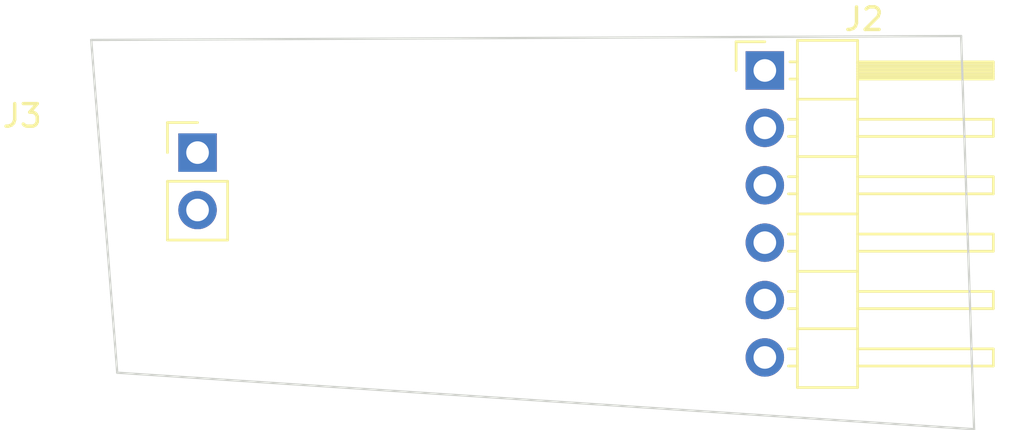
<source format=kicad_pcb>
(kicad_pcb (version 20171130) (host pcbnew 5.1.9-73d0e3b20d~88~ubuntu20.04.1)

  (general
    (thickness 1.6)
    (drawings 4)
    (tracks 0)
    (zones 0)
    (modules 2)
    (nets 7)
  )

  (page A4)
  (layers
    (0 F.Cu signal)
    (31 B.Cu signal)
    (32 B.Adhes user)
    (33 F.Adhes user)
    (34 B.Paste user)
    (35 F.Paste user)
    (36 B.SilkS user)
    (37 F.SilkS user)
    (38 B.Mask user)
    (39 F.Mask user)
    (40 Dwgs.User user)
    (41 Cmts.User user)
    (42 Eco1.User user)
    (43 Eco2.User user)
    (44 Edge.Cuts user)
    (45 Margin user)
    (46 B.CrtYd user)
    (47 F.CrtYd user)
    (48 B.Fab user)
    (49 F.Fab user)
  )

  (setup
    (last_trace_width 0.25)
    (trace_clearance 0.2)
    (zone_clearance 0.508)
    (zone_45_only no)
    (trace_min 0.2)
    (via_size 0.8)
    (via_drill 0.4)
    (via_min_size 0.4)
    (via_min_drill 0.3)
    (uvia_size 0.3)
    (uvia_drill 0.1)
    (uvias_allowed no)
    (uvia_min_size 0.2)
    (uvia_min_drill 0.1)
    (edge_width 0.05)
    (segment_width 0.2)
    (pcb_text_width 0.3)
    (pcb_text_size 1.5 1.5)
    (mod_edge_width 0.12)
    (mod_text_size 1 1)
    (mod_text_width 0.15)
    (pad_size 1.524 1.524)
    (pad_drill 0.762)
    (pad_to_mask_clearance 0)
    (aux_axis_origin 0 0)
    (grid_origin 92.75 70.4)
    (visible_elements FFFFFF7F)
    (pcbplotparams
      (layerselection 0x010fc_ffffffff)
      (usegerberextensions false)
      (usegerberattributes true)
      (usegerberadvancedattributes true)
      (creategerberjobfile true)
      (excludeedgelayer true)
      (linewidth 0.100000)
      (plotframeref false)
      (viasonmask false)
      (mode 1)
      (useauxorigin false)
      (hpglpennumber 1)
      (hpglpenspeed 20)
      (hpglpendiameter 15.000000)
      (psnegative false)
      (psa4output false)
      (plotreference true)
      (plotvalue true)
      (plotinvisibletext false)
      (padsonsilk false)
      (subtractmaskfromsilk false)
      (outputformat 1)
      (mirror false)
      (drillshape 1)
      (scaleselection 1)
      (outputdirectory ""))
  )

  (net 0 "")
  (net 1 /STEPPER_A1)
  (net 2 /STEPPER_B1)
  (net 3 /STEPPER_A2)
  (net 4 /STEPPER_B2)
  (net 5 VDD)
  (net 6 GND)

  (net_class Default "This is the default net class."
    (clearance 0.2)
    (trace_width 0.25)
    (via_dia 0.8)
    (via_drill 0.4)
    (uvia_dia 0.3)
    (uvia_drill 0.1)
    (add_net /STEPPER_A1)
    (add_net /STEPPER_A2)
    (add_net /STEPPER_B1)
    (add_net /STEPPER_B2)
    (add_net GND)
    (add_net VDD)
  )

  (module Connector_PinHeader_2.54mm:PinHeader_1x02_P2.54mm_Vertical (layer F.Cu) (tedit 59FED5CC) (tstamp 6046C55D)
    (at 74.5 67.81)
    (descr "Through hole straight pin header, 1x02, 2.54mm pitch, single row")
    (tags "Through hole pin header THT 1x02 2.54mm single row")
    (path /60467860)
    (fp_text reference J3 (at -7.75 -1.625) (layer F.SilkS)
      (effects (font (size 1 1) (thickness 0.15)))
    )
    (fp_text value Power_Conn (at 0 4.87) (layer F.Fab)
      (effects (font (size 1 1) (thickness 0.15)))
    )
    (fp_line (start 1.8 -1.8) (end -1.8 -1.8) (layer F.CrtYd) (width 0.05))
    (fp_line (start 1.8 4.35) (end 1.8 -1.8) (layer F.CrtYd) (width 0.05))
    (fp_line (start -1.8 4.35) (end 1.8 4.35) (layer F.CrtYd) (width 0.05))
    (fp_line (start -1.8 -1.8) (end -1.8 4.35) (layer F.CrtYd) (width 0.05))
    (fp_line (start -1.33 -1.33) (end 0 -1.33) (layer F.SilkS) (width 0.12))
    (fp_line (start -1.33 0) (end -1.33 -1.33) (layer F.SilkS) (width 0.12))
    (fp_line (start -1.33 1.27) (end 1.33 1.27) (layer F.SilkS) (width 0.12))
    (fp_line (start 1.33 1.27) (end 1.33 3.87) (layer F.SilkS) (width 0.12))
    (fp_line (start -1.33 1.27) (end -1.33 3.87) (layer F.SilkS) (width 0.12))
    (fp_line (start -1.33 3.87) (end 1.33 3.87) (layer F.SilkS) (width 0.12))
    (fp_line (start -1.27 -0.635) (end -0.635 -1.27) (layer F.Fab) (width 0.1))
    (fp_line (start -1.27 3.81) (end -1.27 -0.635) (layer F.Fab) (width 0.1))
    (fp_line (start 1.27 3.81) (end -1.27 3.81) (layer F.Fab) (width 0.1))
    (fp_line (start 1.27 -1.27) (end 1.27 3.81) (layer F.Fab) (width 0.1))
    (fp_line (start -0.635 -1.27) (end 1.27 -1.27) (layer F.Fab) (width 0.1))
    (fp_text user %R (at 0 1.27 90) (layer F.Fab)
      (effects (font (size 1 1) (thickness 0.15)))
    )
    (pad 2 thru_hole oval (at 0 2.54) (size 1.7 1.7) (drill 1) (layers *.Cu *.Mask)
      (net 6 GND))
    (pad 1 thru_hole rect (at 0 0) (size 1.7 1.7) (drill 1) (layers *.Cu *.Mask)
      (net 5 VDD))
    (model ${KISYS3DMOD}/Connector_PinHeader_2.54mm.3dshapes/PinHeader_1x02_P2.54mm_Vertical.wrl
      (at (xyz 0 0 0))
      (scale (xyz 1 1 1))
      (rotate (xyz 0 0 0))
    )
  )

  (module Connector_PinHeader_2.54mm:PinHeader_1x06_P2.54mm_Horizontal (layer F.Cu) (tedit 59FED5CB) (tstamp 6046C547)
    (at 99.575 64.175)
    (descr "Through hole angled pin header, 1x06, 2.54mm pitch, 6mm pin length, single row")
    (tags "Through hole angled pin header THT 1x06 2.54mm single row")
    (path /604667BF)
    (fp_text reference J2 (at 4.385 -2.27) (layer F.SilkS)
      (effects (font (size 1 1) (thickness 0.15)))
    )
    (fp_text value Driver_Board_Conn (at 4.385 14.97) (layer F.Fab)
      (effects (font (size 1 1) (thickness 0.15)))
    )
    (fp_line (start 10.55 -1.8) (end -1.8 -1.8) (layer F.CrtYd) (width 0.05))
    (fp_line (start 10.55 14.5) (end 10.55 -1.8) (layer F.CrtYd) (width 0.05))
    (fp_line (start -1.8 14.5) (end 10.55 14.5) (layer F.CrtYd) (width 0.05))
    (fp_line (start -1.8 -1.8) (end -1.8 14.5) (layer F.CrtYd) (width 0.05))
    (fp_line (start -1.27 -1.27) (end 0 -1.27) (layer F.SilkS) (width 0.12))
    (fp_line (start -1.27 0) (end -1.27 -1.27) (layer F.SilkS) (width 0.12))
    (fp_line (start 1.042929 13.08) (end 1.44 13.08) (layer F.SilkS) (width 0.12))
    (fp_line (start 1.042929 12.32) (end 1.44 12.32) (layer F.SilkS) (width 0.12))
    (fp_line (start 10.1 13.08) (end 4.1 13.08) (layer F.SilkS) (width 0.12))
    (fp_line (start 10.1 12.32) (end 10.1 13.08) (layer F.SilkS) (width 0.12))
    (fp_line (start 4.1 12.32) (end 10.1 12.32) (layer F.SilkS) (width 0.12))
    (fp_line (start 1.44 11.43) (end 4.1 11.43) (layer F.SilkS) (width 0.12))
    (fp_line (start 1.042929 10.54) (end 1.44 10.54) (layer F.SilkS) (width 0.12))
    (fp_line (start 1.042929 9.78) (end 1.44 9.78) (layer F.SilkS) (width 0.12))
    (fp_line (start 10.1 10.54) (end 4.1 10.54) (layer F.SilkS) (width 0.12))
    (fp_line (start 10.1 9.78) (end 10.1 10.54) (layer F.SilkS) (width 0.12))
    (fp_line (start 4.1 9.78) (end 10.1 9.78) (layer F.SilkS) (width 0.12))
    (fp_line (start 1.44 8.89) (end 4.1 8.89) (layer F.SilkS) (width 0.12))
    (fp_line (start 1.042929 8) (end 1.44 8) (layer F.SilkS) (width 0.12))
    (fp_line (start 1.042929 7.24) (end 1.44 7.24) (layer F.SilkS) (width 0.12))
    (fp_line (start 10.1 8) (end 4.1 8) (layer F.SilkS) (width 0.12))
    (fp_line (start 10.1 7.24) (end 10.1 8) (layer F.SilkS) (width 0.12))
    (fp_line (start 4.1 7.24) (end 10.1 7.24) (layer F.SilkS) (width 0.12))
    (fp_line (start 1.44 6.35) (end 4.1 6.35) (layer F.SilkS) (width 0.12))
    (fp_line (start 1.042929 5.46) (end 1.44 5.46) (layer F.SilkS) (width 0.12))
    (fp_line (start 1.042929 4.7) (end 1.44 4.7) (layer F.SilkS) (width 0.12))
    (fp_line (start 10.1 5.46) (end 4.1 5.46) (layer F.SilkS) (width 0.12))
    (fp_line (start 10.1 4.7) (end 10.1 5.46) (layer F.SilkS) (width 0.12))
    (fp_line (start 4.1 4.7) (end 10.1 4.7) (layer F.SilkS) (width 0.12))
    (fp_line (start 1.44 3.81) (end 4.1 3.81) (layer F.SilkS) (width 0.12))
    (fp_line (start 1.042929 2.92) (end 1.44 2.92) (layer F.SilkS) (width 0.12))
    (fp_line (start 1.042929 2.16) (end 1.44 2.16) (layer F.SilkS) (width 0.12))
    (fp_line (start 10.1 2.92) (end 4.1 2.92) (layer F.SilkS) (width 0.12))
    (fp_line (start 10.1 2.16) (end 10.1 2.92) (layer F.SilkS) (width 0.12))
    (fp_line (start 4.1 2.16) (end 10.1 2.16) (layer F.SilkS) (width 0.12))
    (fp_line (start 1.44 1.27) (end 4.1 1.27) (layer F.SilkS) (width 0.12))
    (fp_line (start 1.11 0.38) (end 1.44 0.38) (layer F.SilkS) (width 0.12))
    (fp_line (start 1.11 -0.38) (end 1.44 -0.38) (layer F.SilkS) (width 0.12))
    (fp_line (start 4.1 0.28) (end 10.1 0.28) (layer F.SilkS) (width 0.12))
    (fp_line (start 4.1 0.16) (end 10.1 0.16) (layer F.SilkS) (width 0.12))
    (fp_line (start 4.1 0.04) (end 10.1 0.04) (layer F.SilkS) (width 0.12))
    (fp_line (start 4.1 -0.08) (end 10.1 -0.08) (layer F.SilkS) (width 0.12))
    (fp_line (start 4.1 -0.2) (end 10.1 -0.2) (layer F.SilkS) (width 0.12))
    (fp_line (start 4.1 -0.32) (end 10.1 -0.32) (layer F.SilkS) (width 0.12))
    (fp_line (start 10.1 0.38) (end 4.1 0.38) (layer F.SilkS) (width 0.12))
    (fp_line (start 10.1 -0.38) (end 10.1 0.38) (layer F.SilkS) (width 0.12))
    (fp_line (start 4.1 -0.38) (end 10.1 -0.38) (layer F.SilkS) (width 0.12))
    (fp_line (start 4.1 -1.33) (end 1.44 -1.33) (layer F.SilkS) (width 0.12))
    (fp_line (start 4.1 14.03) (end 4.1 -1.33) (layer F.SilkS) (width 0.12))
    (fp_line (start 1.44 14.03) (end 4.1 14.03) (layer F.SilkS) (width 0.12))
    (fp_line (start 1.44 -1.33) (end 1.44 14.03) (layer F.SilkS) (width 0.12))
    (fp_line (start 4.04 13.02) (end 10.04 13.02) (layer F.Fab) (width 0.1))
    (fp_line (start 10.04 12.38) (end 10.04 13.02) (layer F.Fab) (width 0.1))
    (fp_line (start 4.04 12.38) (end 10.04 12.38) (layer F.Fab) (width 0.1))
    (fp_line (start -0.32 13.02) (end 1.5 13.02) (layer F.Fab) (width 0.1))
    (fp_line (start -0.32 12.38) (end -0.32 13.02) (layer F.Fab) (width 0.1))
    (fp_line (start -0.32 12.38) (end 1.5 12.38) (layer F.Fab) (width 0.1))
    (fp_line (start 4.04 10.48) (end 10.04 10.48) (layer F.Fab) (width 0.1))
    (fp_line (start 10.04 9.84) (end 10.04 10.48) (layer F.Fab) (width 0.1))
    (fp_line (start 4.04 9.84) (end 10.04 9.84) (layer F.Fab) (width 0.1))
    (fp_line (start -0.32 10.48) (end 1.5 10.48) (layer F.Fab) (width 0.1))
    (fp_line (start -0.32 9.84) (end -0.32 10.48) (layer F.Fab) (width 0.1))
    (fp_line (start -0.32 9.84) (end 1.5 9.84) (layer F.Fab) (width 0.1))
    (fp_line (start 4.04 7.94) (end 10.04 7.94) (layer F.Fab) (width 0.1))
    (fp_line (start 10.04 7.3) (end 10.04 7.94) (layer F.Fab) (width 0.1))
    (fp_line (start 4.04 7.3) (end 10.04 7.3) (layer F.Fab) (width 0.1))
    (fp_line (start -0.32 7.94) (end 1.5 7.94) (layer F.Fab) (width 0.1))
    (fp_line (start -0.32 7.3) (end -0.32 7.94) (layer F.Fab) (width 0.1))
    (fp_line (start -0.32 7.3) (end 1.5 7.3) (layer F.Fab) (width 0.1))
    (fp_line (start 4.04 5.4) (end 10.04 5.4) (layer F.Fab) (width 0.1))
    (fp_line (start 10.04 4.76) (end 10.04 5.4) (layer F.Fab) (width 0.1))
    (fp_line (start 4.04 4.76) (end 10.04 4.76) (layer F.Fab) (width 0.1))
    (fp_line (start -0.32 5.4) (end 1.5 5.4) (layer F.Fab) (width 0.1))
    (fp_line (start -0.32 4.76) (end -0.32 5.4) (layer F.Fab) (width 0.1))
    (fp_line (start -0.32 4.76) (end 1.5 4.76) (layer F.Fab) (width 0.1))
    (fp_line (start 4.04 2.86) (end 10.04 2.86) (layer F.Fab) (width 0.1))
    (fp_line (start 10.04 2.22) (end 10.04 2.86) (layer F.Fab) (width 0.1))
    (fp_line (start 4.04 2.22) (end 10.04 2.22) (layer F.Fab) (width 0.1))
    (fp_line (start -0.32 2.86) (end 1.5 2.86) (layer F.Fab) (width 0.1))
    (fp_line (start -0.32 2.22) (end -0.32 2.86) (layer F.Fab) (width 0.1))
    (fp_line (start -0.32 2.22) (end 1.5 2.22) (layer F.Fab) (width 0.1))
    (fp_line (start 4.04 0.32) (end 10.04 0.32) (layer F.Fab) (width 0.1))
    (fp_line (start 10.04 -0.32) (end 10.04 0.32) (layer F.Fab) (width 0.1))
    (fp_line (start 4.04 -0.32) (end 10.04 -0.32) (layer F.Fab) (width 0.1))
    (fp_line (start -0.32 0.32) (end 1.5 0.32) (layer F.Fab) (width 0.1))
    (fp_line (start -0.32 -0.32) (end -0.32 0.32) (layer F.Fab) (width 0.1))
    (fp_line (start -0.32 -0.32) (end 1.5 -0.32) (layer F.Fab) (width 0.1))
    (fp_line (start 1.5 -0.635) (end 2.135 -1.27) (layer F.Fab) (width 0.1))
    (fp_line (start 1.5 13.97) (end 1.5 -0.635) (layer F.Fab) (width 0.1))
    (fp_line (start 4.04 13.97) (end 1.5 13.97) (layer F.Fab) (width 0.1))
    (fp_line (start 4.04 -1.27) (end 4.04 13.97) (layer F.Fab) (width 0.1))
    (fp_line (start 2.135 -1.27) (end 4.04 -1.27) (layer F.Fab) (width 0.1))
    (fp_text user %R (at 2.77 6.35 90) (layer F.Fab)
      (effects (font (size 1 1) (thickness 0.15)))
    )
    (pad 6 thru_hole oval (at 0 12.7) (size 1.7 1.7) (drill 1) (layers *.Cu *.Mask)
      (net 1 /STEPPER_A1))
    (pad 5 thru_hole oval (at 0 10.16) (size 1.7 1.7) (drill 1) (layers *.Cu *.Mask)
      (net 2 /STEPPER_B1))
    (pad 4 thru_hole oval (at 0 7.62) (size 1.7 1.7) (drill 1) (layers *.Cu *.Mask)
      (net 3 /STEPPER_A2))
    (pad 3 thru_hole oval (at 0 5.08) (size 1.7 1.7) (drill 1) (layers *.Cu *.Mask)
      (net 4 /STEPPER_B2))
    (pad 2 thru_hole oval (at 0 2.54) (size 1.7 1.7) (drill 1) (layers *.Cu *.Mask)
      (net 5 VDD))
    (pad 1 thru_hole rect (at 0 0) (size 1.7 1.7) (drill 1) (layers *.Cu *.Mask)
      (net 6 GND))
    (model ${KISYS3DMOD}/Connector_PinHeader_2.54mm.3dshapes/PinHeader_1x06_P2.54mm_Horizontal.wrl
      (at (xyz 0 0 0))
      (scale (xyz 1 1 1))
      (rotate (xyz 0 0 0))
    )
  )

  (gr_line (start 108.25 62.65) (end 108.825 80.05) (layer Edge.Cuts) (width 0.1))
  (gr_line (start 69.8 62.825) (end 108.25 62.65) (layer Edge.Cuts) (width 0.1))
  (gr_line (start 70.95 77.55) (end 69.8 62.825) (layer Edge.Cuts) (width 0.1))
  (gr_line (start 108.825 80.05) (end 70.95 77.55) (layer Edge.Cuts) (width 0.1))

)

</source>
